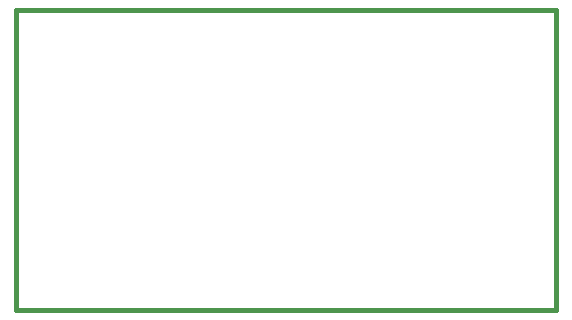
<source format=gbr>
G04 (created by PCBNEW (2013-feb-26)-testing) date Fri 08 Mar 2013 03:50:30 PM PST*
%MOIN*%
G04 Gerber Fmt 3.4, Leading zero omitted, Abs format*
%FSLAX34Y34*%
G01*
G70*
G90*
G04 APERTURE LIST*
%ADD10C,2.3622e-06*%
%ADD11C,0.015*%
G04 APERTURE END LIST*
G54D10*
G54D11*
X30000Y-20000D02*
X48000Y-20000D01*
X48000Y-30000D02*
X48000Y-20000D01*
X30000Y-30000D02*
X30000Y-20000D01*
X30000Y-30000D02*
X48000Y-30000D01*
M02*

</source>
